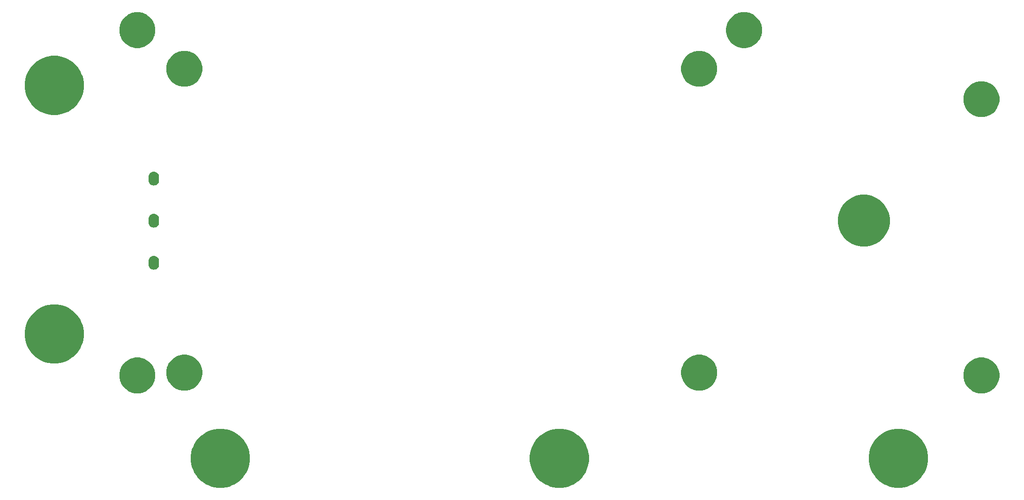
<source format=gbr>
G04 #@! TF.GenerationSoftware,KiCad,Pcbnew,(5.1.4)-1*
G04 #@! TF.CreationDate,2020-03-27T13:26:32-04:00*
G04 #@! TF.ProjectId,stepUP_lcd,73746570-5550-45f6-9c63-642e6b696361,rev?*
G04 #@! TF.SameCoordinates,Original*
G04 #@! TF.FileFunction,Soldermask,Top*
G04 #@! TF.FilePolarity,Negative*
%FSLAX46Y46*%
G04 Gerber Fmt 4.6, Leading zero omitted, Abs format (unit mm)*
G04 Created by KiCad (PCBNEW (5.1.4)-1) date 2020-03-27 13:26:32*
%MOMM*%
%LPD*%
G04 APERTURE LIST*
%ADD10C,0.100000*%
G04 APERTURE END LIST*
D10*
G36*
X207810771Y-112854828D02*
G01*
X208447816Y-113118701D01*
X208784558Y-113258184D01*
X209514212Y-113745724D01*
X209660936Y-113843762D01*
X210406238Y-114589064D01*
X210406239Y-114589066D01*
X210991816Y-115465442D01*
X211131299Y-115802184D01*
X211395172Y-116439229D01*
X211600800Y-117472992D01*
X211600800Y-118527008D01*
X211395172Y-119560771D01*
X211131299Y-120197816D01*
X210991816Y-120534558D01*
X210504276Y-121264212D01*
X210406238Y-121410936D01*
X209660936Y-122156238D01*
X209514212Y-122254276D01*
X208784558Y-122741816D01*
X208447816Y-122881299D01*
X207810771Y-123145172D01*
X206777008Y-123350800D01*
X205722992Y-123350800D01*
X204689229Y-123145172D01*
X204052184Y-122881299D01*
X203715442Y-122741816D01*
X202985788Y-122254276D01*
X202839064Y-122156238D01*
X202093762Y-121410936D01*
X201995724Y-121264212D01*
X201508184Y-120534558D01*
X201368701Y-120197816D01*
X201104828Y-119560771D01*
X200899200Y-118527008D01*
X200899200Y-117472992D01*
X201104828Y-116439229D01*
X201368701Y-115802184D01*
X201508184Y-115465442D01*
X202093761Y-114589066D01*
X202093762Y-114589064D01*
X202839064Y-113843762D01*
X202985788Y-113745724D01*
X203715442Y-113258184D01*
X204052184Y-113118701D01*
X204689229Y-112854828D01*
X205722992Y-112649200D01*
X206777008Y-112649200D01*
X207810771Y-112854828D01*
X207810771Y-112854828D01*
G37*
G36*
X85310771Y-112854828D02*
G01*
X85947816Y-113118701D01*
X86284558Y-113258184D01*
X87014212Y-113745724D01*
X87160936Y-113843762D01*
X87906238Y-114589064D01*
X87906239Y-114589066D01*
X88491816Y-115465442D01*
X88631299Y-115802184D01*
X88895172Y-116439229D01*
X89100800Y-117472992D01*
X89100800Y-118527008D01*
X88895172Y-119560771D01*
X88631299Y-120197816D01*
X88491816Y-120534558D01*
X88004276Y-121264212D01*
X87906238Y-121410936D01*
X87160936Y-122156238D01*
X87014212Y-122254276D01*
X86284558Y-122741816D01*
X85947816Y-122881299D01*
X85310771Y-123145172D01*
X84277008Y-123350800D01*
X83222992Y-123350800D01*
X82189229Y-123145172D01*
X81552184Y-122881299D01*
X81215442Y-122741816D01*
X80485788Y-122254276D01*
X80339064Y-122156238D01*
X79593762Y-121410936D01*
X79495724Y-121264212D01*
X79008184Y-120534558D01*
X78868701Y-120197816D01*
X78604828Y-119560771D01*
X78399200Y-118527008D01*
X78399200Y-117472992D01*
X78604828Y-116439229D01*
X78868701Y-115802184D01*
X79008184Y-115465442D01*
X79593761Y-114589066D01*
X79593762Y-114589064D01*
X80339064Y-113843762D01*
X80485788Y-113745724D01*
X81215442Y-113258184D01*
X81552184Y-113118701D01*
X82189229Y-112854828D01*
X83222992Y-112649200D01*
X84277008Y-112649200D01*
X85310771Y-112854828D01*
X85310771Y-112854828D01*
G37*
G36*
X146560771Y-112854828D02*
G01*
X147197816Y-113118701D01*
X147534558Y-113258184D01*
X148264212Y-113745724D01*
X148410936Y-113843762D01*
X149156238Y-114589064D01*
X149156239Y-114589066D01*
X149741816Y-115465442D01*
X149881299Y-115802184D01*
X150145172Y-116439229D01*
X150350800Y-117472992D01*
X150350800Y-118527008D01*
X150145172Y-119560771D01*
X149881299Y-120197816D01*
X149741816Y-120534558D01*
X149254276Y-121264212D01*
X149156238Y-121410936D01*
X148410936Y-122156238D01*
X148264212Y-122254276D01*
X147534558Y-122741816D01*
X147197816Y-122881299D01*
X146560771Y-123145172D01*
X145527008Y-123350800D01*
X144472992Y-123350800D01*
X143439229Y-123145172D01*
X142802184Y-122881299D01*
X142465442Y-122741816D01*
X141735788Y-122254276D01*
X141589064Y-122156238D01*
X140843762Y-121410936D01*
X140745724Y-121264212D01*
X140258184Y-120534558D01*
X140118701Y-120197816D01*
X139854828Y-119560771D01*
X139649200Y-118527008D01*
X139649200Y-117472992D01*
X139854828Y-116439229D01*
X140118701Y-115802184D01*
X140258184Y-115465442D01*
X140843761Y-114589066D01*
X140843762Y-114589064D01*
X141589064Y-113843762D01*
X141735788Y-113745724D01*
X142465442Y-113258184D01*
X142802184Y-113118701D01*
X143439229Y-112854828D01*
X144472992Y-112649200D01*
X145527008Y-112649200D01*
X146560771Y-112854828D01*
X146560771Y-112854828D01*
G37*
G36*
X69698223Y-99874127D02*
G01*
X70028198Y-100010807D01*
X70289835Y-100119180D01*
X70822262Y-100474937D01*
X71275063Y-100927738D01*
X71630820Y-101460165D01*
X71739193Y-101721802D01*
X71875873Y-102051777D01*
X72000800Y-102679824D01*
X72000800Y-103320176D01*
X71875873Y-103948223D01*
X71739193Y-104278198D01*
X71630820Y-104539835D01*
X71275063Y-105072262D01*
X70822262Y-105525063D01*
X70289835Y-105880820D01*
X70028198Y-105989193D01*
X69698223Y-106125873D01*
X69070176Y-106250800D01*
X68429824Y-106250800D01*
X67801777Y-106125873D01*
X67471802Y-105989193D01*
X67210165Y-105880820D01*
X66677738Y-105525063D01*
X66224937Y-105072262D01*
X65869180Y-104539835D01*
X65760807Y-104278198D01*
X65624127Y-103948223D01*
X65499200Y-103320176D01*
X65499200Y-102679824D01*
X65624127Y-102051777D01*
X65760807Y-101721802D01*
X65869180Y-101460165D01*
X66224937Y-100927738D01*
X66677738Y-100474937D01*
X67210165Y-100119180D01*
X67471802Y-100010807D01*
X67801777Y-99874127D01*
X68429824Y-99749200D01*
X69070176Y-99749200D01*
X69698223Y-99874127D01*
X69698223Y-99874127D01*
G37*
G36*
X222198223Y-99874127D02*
G01*
X222528198Y-100010807D01*
X222789835Y-100119180D01*
X223322262Y-100474937D01*
X223775063Y-100927738D01*
X224130820Y-101460165D01*
X224239193Y-101721802D01*
X224375873Y-102051777D01*
X224500800Y-102679824D01*
X224500800Y-103320176D01*
X224375873Y-103948223D01*
X224239193Y-104278198D01*
X224130820Y-104539835D01*
X223775063Y-105072262D01*
X223322262Y-105525063D01*
X222789835Y-105880820D01*
X222528198Y-105989193D01*
X222198223Y-106125873D01*
X221570176Y-106250800D01*
X220929824Y-106250800D01*
X220301777Y-106125873D01*
X219971802Y-105989193D01*
X219710165Y-105880820D01*
X219177738Y-105525063D01*
X218724937Y-105072262D01*
X218369180Y-104539835D01*
X218260807Y-104278198D01*
X218124127Y-103948223D01*
X217999200Y-103320176D01*
X217999200Y-102679824D01*
X218124127Y-102051777D01*
X218260807Y-101721802D01*
X218369180Y-101460165D01*
X218724937Y-100927738D01*
X219177738Y-100474937D01*
X219710165Y-100119180D01*
X219971802Y-100010807D01*
X220301777Y-99874127D01*
X220929824Y-99749200D01*
X221570176Y-99749200D01*
X222198223Y-99874127D01*
X222198223Y-99874127D01*
G37*
G36*
X171198223Y-99374127D02*
G01*
X171528198Y-99510807D01*
X171789835Y-99619180D01*
X172322262Y-99974937D01*
X172775063Y-100427738D01*
X173130820Y-100960165D01*
X173239193Y-101221802D01*
X173375873Y-101551777D01*
X173500800Y-102179824D01*
X173500800Y-102820176D01*
X173375873Y-103448223D01*
X173239193Y-103778198D01*
X173130820Y-104039835D01*
X172775063Y-104572262D01*
X172322262Y-105025063D01*
X171789835Y-105380820D01*
X171528198Y-105489193D01*
X171198223Y-105625873D01*
X170570176Y-105750800D01*
X169929824Y-105750800D01*
X169301777Y-105625873D01*
X168971802Y-105489193D01*
X168710165Y-105380820D01*
X168177738Y-105025063D01*
X167724937Y-104572262D01*
X167369180Y-104039835D01*
X167260807Y-103778198D01*
X167124127Y-103448223D01*
X166999200Y-102820176D01*
X166999200Y-102179824D01*
X167124127Y-101551777D01*
X167260807Y-101221802D01*
X167369180Y-100960165D01*
X167724937Y-100427738D01*
X168177738Y-99974937D01*
X168710165Y-99619180D01*
X168971802Y-99510807D01*
X169301777Y-99374127D01*
X169929824Y-99249200D01*
X170570176Y-99249200D01*
X171198223Y-99374127D01*
X171198223Y-99374127D01*
G37*
G36*
X78198223Y-99374127D02*
G01*
X78528198Y-99510807D01*
X78789835Y-99619180D01*
X79322262Y-99974937D01*
X79775063Y-100427738D01*
X80130820Y-100960165D01*
X80239193Y-101221802D01*
X80375873Y-101551777D01*
X80500800Y-102179824D01*
X80500800Y-102820176D01*
X80375873Y-103448223D01*
X80239193Y-103778198D01*
X80130820Y-104039835D01*
X79775063Y-104572262D01*
X79322262Y-105025063D01*
X78789835Y-105380820D01*
X78528198Y-105489193D01*
X78198223Y-105625873D01*
X77570176Y-105750800D01*
X76929824Y-105750800D01*
X76301777Y-105625873D01*
X75971802Y-105489193D01*
X75710165Y-105380820D01*
X75177738Y-105025063D01*
X74724937Y-104572262D01*
X74369180Y-104039835D01*
X74260807Y-103778198D01*
X74124127Y-103448223D01*
X73999200Y-102820176D01*
X73999200Y-102179824D01*
X74124127Y-101551777D01*
X74260807Y-101221802D01*
X74369180Y-100960165D01*
X74724937Y-100427738D01*
X75177738Y-99974937D01*
X75710165Y-99619180D01*
X75971802Y-99510807D01*
X76301777Y-99374127D01*
X76929824Y-99249200D01*
X77570176Y-99249200D01*
X78198223Y-99374127D01*
X78198223Y-99374127D01*
G37*
G36*
X55310771Y-90354828D02*
G01*
X55947816Y-90618701D01*
X56284558Y-90758184D01*
X57014212Y-91245724D01*
X57160936Y-91343762D01*
X57906238Y-92089064D01*
X57906239Y-92089066D01*
X58491816Y-92965442D01*
X58631299Y-93302184D01*
X58895172Y-93939229D01*
X59100800Y-94972992D01*
X59100800Y-96027008D01*
X58895172Y-97060771D01*
X58631299Y-97697816D01*
X58491816Y-98034558D01*
X58004276Y-98764212D01*
X57906238Y-98910936D01*
X57160936Y-99656238D01*
X57021808Y-99749200D01*
X56284558Y-100241816D01*
X55947816Y-100381299D01*
X55310771Y-100645172D01*
X54277008Y-100850800D01*
X53222992Y-100850800D01*
X52189229Y-100645172D01*
X51552184Y-100381299D01*
X51215442Y-100241816D01*
X50478192Y-99749200D01*
X50339064Y-99656238D01*
X49593762Y-98910936D01*
X49495724Y-98764212D01*
X49008184Y-98034558D01*
X48868701Y-97697816D01*
X48604828Y-97060771D01*
X48399200Y-96027008D01*
X48399200Y-94972992D01*
X48604828Y-93939229D01*
X48868701Y-93302184D01*
X49008184Y-92965442D01*
X49593761Y-92089066D01*
X49593762Y-92089064D01*
X50339064Y-91343762D01*
X50485788Y-91245724D01*
X51215442Y-90758184D01*
X51552184Y-90618701D01*
X52189229Y-90354828D01*
X53222992Y-90149200D01*
X54277008Y-90149200D01*
X55310771Y-90354828D01*
X55310771Y-90354828D01*
G37*
G36*
X71916391Y-81382958D02*
G01*
X72095614Y-81437324D01*
X72260791Y-81525613D01*
X72405570Y-81644430D01*
X72524387Y-81789209D01*
X72612676Y-81954385D01*
X72667042Y-82133608D01*
X72680800Y-82273297D01*
X72680800Y-82966702D01*
X72667042Y-83106391D01*
X72612676Y-83285615D01*
X72524387Y-83450791D01*
X72405570Y-83595570D01*
X72260791Y-83714387D01*
X72095615Y-83802676D01*
X71916392Y-83857042D01*
X71730000Y-83875400D01*
X71543609Y-83857042D01*
X71364386Y-83802676D01*
X71199210Y-83714387D01*
X71054431Y-83595570D01*
X70935614Y-83450791D01*
X70847325Y-83285614D01*
X70792958Y-83106392D01*
X70779200Y-82966703D01*
X70779200Y-82273298D01*
X70792958Y-82133609D01*
X70847324Y-81954386D01*
X70935613Y-81789209D01*
X71054430Y-81644430D01*
X71199209Y-81525613D01*
X71364385Y-81437324D01*
X71543608Y-81382958D01*
X71730000Y-81364600D01*
X71916391Y-81382958D01*
X71916391Y-81382958D01*
G37*
G36*
X201371173Y-70479849D02*
G01*
X202226664Y-70834205D01*
X202226665Y-70834206D01*
X202226668Y-70834207D01*
X202739945Y-71177168D01*
X202996585Y-71348650D01*
X203651350Y-72003415D01*
X203651351Y-72003417D01*
X204165793Y-72773332D01*
X204165794Y-72773335D01*
X204165795Y-72773336D01*
X204520151Y-73628827D01*
X204700800Y-74537012D01*
X204700800Y-75462988D01*
X204520151Y-76371173D01*
X204165795Y-77226664D01*
X204165793Y-77226668D01*
X203822832Y-77739945D01*
X203651350Y-77996585D01*
X202996585Y-78651350D01*
X202739945Y-78822832D01*
X202226668Y-79165793D01*
X202226665Y-79165794D01*
X202226664Y-79165795D01*
X201371173Y-79520151D01*
X200462988Y-79700800D01*
X199537012Y-79700800D01*
X198628827Y-79520151D01*
X197773336Y-79165795D01*
X197773335Y-79165794D01*
X197773332Y-79165793D01*
X197260055Y-78822832D01*
X197003415Y-78651350D01*
X196348650Y-77996585D01*
X196177168Y-77739945D01*
X195834207Y-77226668D01*
X195834205Y-77226664D01*
X195479849Y-76371173D01*
X195299200Y-75462988D01*
X195299200Y-74537012D01*
X195479849Y-73628827D01*
X195834205Y-72773336D01*
X195834206Y-72773335D01*
X195834207Y-72773332D01*
X196348649Y-72003417D01*
X196348650Y-72003415D01*
X197003415Y-71348650D01*
X197260055Y-71177168D01*
X197773332Y-70834207D01*
X197773335Y-70834206D01*
X197773336Y-70834205D01*
X198628827Y-70479849D01*
X199537012Y-70299200D01*
X200462988Y-70299200D01*
X201371173Y-70479849D01*
X201371173Y-70479849D01*
G37*
G36*
X71916391Y-73762958D02*
G01*
X72095614Y-73817324D01*
X72260791Y-73905613D01*
X72405570Y-74024430D01*
X72524387Y-74169209D01*
X72612676Y-74334385D01*
X72667042Y-74513608D01*
X72680800Y-74653297D01*
X72680800Y-75346702D01*
X72667042Y-75486391D01*
X72612676Y-75665615D01*
X72524387Y-75830791D01*
X72405570Y-75975570D01*
X72260791Y-76094387D01*
X72095615Y-76182676D01*
X71916392Y-76237042D01*
X71730000Y-76255400D01*
X71543609Y-76237042D01*
X71364386Y-76182676D01*
X71199210Y-76094387D01*
X71054431Y-75975570D01*
X70935614Y-75830791D01*
X70847325Y-75665614D01*
X70792958Y-75486392D01*
X70779200Y-75346703D01*
X70779200Y-74653298D01*
X70792958Y-74513609D01*
X70847324Y-74334386D01*
X70935613Y-74169209D01*
X71054430Y-74024430D01*
X71199209Y-73905613D01*
X71364385Y-73817324D01*
X71543608Y-73762958D01*
X71730000Y-73744600D01*
X71916391Y-73762958D01*
X71916391Y-73762958D01*
G37*
G36*
X71916391Y-66142958D02*
G01*
X72095614Y-66197324D01*
X72260791Y-66285613D01*
X72405570Y-66404430D01*
X72524387Y-66549209D01*
X72612676Y-66714385D01*
X72667042Y-66893608D01*
X72680800Y-67033297D01*
X72680800Y-67726702D01*
X72667042Y-67866391D01*
X72612676Y-68045615D01*
X72524387Y-68210791D01*
X72405570Y-68355570D01*
X72260791Y-68474387D01*
X72095615Y-68562676D01*
X71916392Y-68617042D01*
X71730000Y-68635400D01*
X71543609Y-68617042D01*
X71364386Y-68562676D01*
X71199210Y-68474387D01*
X71054431Y-68355570D01*
X70935614Y-68210791D01*
X70847325Y-68045614D01*
X70792958Y-67866392D01*
X70779200Y-67726703D01*
X70779200Y-67033298D01*
X70792958Y-66893609D01*
X70847324Y-66714386D01*
X70935613Y-66549209D01*
X71054430Y-66404430D01*
X71199209Y-66285613D01*
X71364385Y-66197324D01*
X71543608Y-66142958D01*
X71730000Y-66124600D01*
X71916391Y-66142958D01*
X71916391Y-66142958D01*
G37*
G36*
X222198223Y-49874127D02*
G01*
X222528198Y-50010807D01*
X222789835Y-50119180D01*
X223322262Y-50474937D01*
X223775063Y-50927738D01*
X224130820Y-51460165D01*
X224239193Y-51721802D01*
X224375873Y-52051777D01*
X224500800Y-52679824D01*
X224500800Y-53320176D01*
X224375873Y-53948223D01*
X224239193Y-54278198D01*
X224130820Y-54539835D01*
X223775063Y-55072262D01*
X223322262Y-55525063D01*
X222789835Y-55880820D01*
X222528198Y-55989193D01*
X222198223Y-56125873D01*
X221570176Y-56250800D01*
X220929824Y-56250800D01*
X220301777Y-56125873D01*
X219971802Y-55989193D01*
X219710165Y-55880820D01*
X219177738Y-55525063D01*
X218724937Y-55072262D01*
X218369180Y-54539835D01*
X218260807Y-54278198D01*
X218124127Y-53948223D01*
X217999200Y-53320176D01*
X217999200Y-52679824D01*
X218124127Y-52051777D01*
X218260807Y-51721802D01*
X218369180Y-51460165D01*
X218724937Y-50927738D01*
X219177738Y-50474937D01*
X219710165Y-50119180D01*
X219971802Y-50010807D01*
X220301777Y-49874127D01*
X220929824Y-49749200D01*
X221570176Y-49749200D01*
X222198223Y-49874127D01*
X222198223Y-49874127D01*
G37*
G36*
X55310771Y-45354828D02*
G01*
X55947816Y-45618701D01*
X56284558Y-45758184D01*
X57014212Y-46245724D01*
X57160936Y-46343762D01*
X57906238Y-47089064D01*
X57906239Y-47089066D01*
X58491816Y-47965442D01*
X58631299Y-48302184D01*
X58895172Y-48939229D01*
X59100800Y-49972992D01*
X59100800Y-51027008D01*
X58895172Y-52060771D01*
X58638751Y-52679824D01*
X58491816Y-53034558D01*
X58004276Y-53764212D01*
X57906238Y-53910936D01*
X57160936Y-54656238D01*
X57014212Y-54754276D01*
X56284558Y-55241816D01*
X55947816Y-55381299D01*
X55310771Y-55645172D01*
X54277008Y-55850800D01*
X53222992Y-55850800D01*
X52189229Y-55645172D01*
X51552184Y-55381299D01*
X51215442Y-55241816D01*
X50485788Y-54754276D01*
X50339064Y-54656238D01*
X49593762Y-53910936D01*
X49495724Y-53764212D01*
X49008184Y-53034558D01*
X48861249Y-52679824D01*
X48604828Y-52060771D01*
X48399200Y-51027008D01*
X48399200Y-49972992D01*
X48604828Y-48939229D01*
X48868701Y-48302184D01*
X49008184Y-47965442D01*
X49593761Y-47089066D01*
X49593762Y-47089064D01*
X50339064Y-46343762D01*
X50485788Y-46245724D01*
X51215442Y-45758184D01*
X51552184Y-45618701D01*
X52189229Y-45354828D01*
X53222992Y-45149200D01*
X54277008Y-45149200D01*
X55310771Y-45354828D01*
X55310771Y-45354828D01*
G37*
G36*
X171198223Y-44374127D02*
G01*
X171528198Y-44510807D01*
X171789835Y-44619180D01*
X172322262Y-44974937D01*
X172775063Y-45427738D01*
X173130820Y-45960165D01*
X173239193Y-46221802D01*
X173375873Y-46551777D01*
X173500800Y-47179824D01*
X173500800Y-47820176D01*
X173375873Y-48448223D01*
X173239193Y-48778198D01*
X173130820Y-49039835D01*
X172775063Y-49572262D01*
X172322262Y-50025063D01*
X171789835Y-50380820D01*
X171562615Y-50474937D01*
X171198223Y-50625873D01*
X170570176Y-50750800D01*
X169929824Y-50750800D01*
X169301777Y-50625873D01*
X168937385Y-50474937D01*
X168710165Y-50380820D01*
X168177738Y-50025063D01*
X167724937Y-49572262D01*
X167369180Y-49039835D01*
X167260807Y-48778198D01*
X167124127Y-48448223D01*
X166999200Y-47820176D01*
X166999200Y-47179824D01*
X167124127Y-46551777D01*
X167260807Y-46221802D01*
X167369180Y-45960165D01*
X167724937Y-45427738D01*
X168177738Y-44974937D01*
X168710165Y-44619180D01*
X168971802Y-44510807D01*
X169301777Y-44374127D01*
X169929824Y-44249200D01*
X170570176Y-44249200D01*
X171198223Y-44374127D01*
X171198223Y-44374127D01*
G37*
G36*
X78198223Y-44374127D02*
G01*
X78528198Y-44510807D01*
X78789835Y-44619180D01*
X79322262Y-44974937D01*
X79775063Y-45427738D01*
X80130820Y-45960165D01*
X80239193Y-46221802D01*
X80375873Y-46551777D01*
X80500800Y-47179824D01*
X80500800Y-47820176D01*
X80375873Y-48448223D01*
X80239193Y-48778198D01*
X80130820Y-49039835D01*
X79775063Y-49572262D01*
X79322262Y-50025063D01*
X78789835Y-50380820D01*
X78562615Y-50474937D01*
X78198223Y-50625873D01*
X77570176Y-50750800D01*
X76929824Y-50750800D01*
X76301777Y-50625873D01*
X75937385Y-50474937D01*
X75710165Y-50380820D01*
X75177738Y-50025063D01*
X74724937Y-49572262D01*
X74369180Y-49039835D01*
X74260807Y-48778198D01*
X74124127Y-48448223D01*
X73999200Y-47820176D01*
X73999200Y-47179824D01*
X74124127Y-46551777D01*
X74260807Y-46221802D01*
X74369180Y-45960165D01*
X74724937Y-45427738D01*
X75177738Y-44974937D01*
X75710165Y-44619180D01*
X75971802Y-44510807D01*
X76301777Y-44374127D01*
X76929824Y-44249200D01*
X77570176Y-44249200D01*
X78198223Y-44374127D01*
X78198223Y-44374127D01*
G37*
G36*
X69698223Y-37374127D02*
G01*
X70028198Y-37510807D01*
X70289835Y-37619180D01*
X70822262Y-37974937D01*
X71275063Y-38427738D01*
X71630820Y-38960165D01*
X71739193Y-39221802D01*
X71875873Y-39551777D01*
X72000800Y-40179824D01*
X72000800Y-40820176D01*
X71875873Y-41448223D01*
X71739193Y-41778198D01*
X71630820Y-42039835D01*
X71275063Y-42572262D01*
X70822262Y-43025063D01*
X70289835Y-43380820D01*
X70028198Y-43489193D01*
X69698223Y-43625873D01*
X69070176Y-43750800D01*
X68429824Y-43750800D01*
X67801777Y-43625873D01*
X67471802Y-43489193D01*
X67210165Y-43380820D01*
X66677738Y-43025063D01*
X66224937Y-42572262D01*
X65869180Y-42039835D01*
X65760807Y-41778198D01*
X65624127Y-41448223D01*
X65499200Y-40820176D01*
X65499200Y-40179824D01*
X65624127Y-39551777D01*
X65760807Y-39221802D01*
X65869180Y-38960165D01*
X66224937Y-38427738D01*
X66677738Y-37974937D01*
X67210165Y-37619180D01*
X67471802Y-37510807D01*
X67801777Y-37374127D01*
X68429824Y-37249200D01*
X69070176Y-37249200D01*
X69698223Y-37374127D01*
X69698223Y-37374127D01*
G37*
G36*
X179311471Y-37374127D02*
G01*
X179641446Y-37510807D01*
X179903083Y-37619180D01*
X180435510Y-37974937D01*
X180888311Y-38427738D01*
X181244068Y-38960165D01*
X181352441Y-39221802D01*
X181489121Y-39551777D01*
X181614048Y-40179824D01*
X181614048Y-40820176D01*
X181489121Y-41448223D01*
X181352441Y-41778198D01*
X181244068Y-42039835D01*
X180888311Y-42572262D01*
X180435510Y-43025063D01*
X179903083Y-43380820D01*
X179641446Y-43489193D01*
X179311471Y-43625873D01*
X178683424Y-43750800D01*
X178043072Y-43750800D01*
X177415025Y-43625873D01*
X177085050Y-43489193D01*
X176823413Y-43380820D01*
X176290986Y-43025063D01*
X175838185Y-42572262D01*
X175482428Y-42039835D01*
X175374055Y-41778198D01*
X175237375Y-41448223D01*
X175112448Y-40820176D01*
X175112448Y-40179824D01*
X175237375Y-39551777D01*
X175374055Y-39221802D01*
X175482428Y-38960165D01*
X175838185Y-38427738D01*
X176290986Y-37974937D01*
X176823413Y-37619180D01*
X177085050Y-37510807D01*
X177415025Y-37374127D01*
X178043072Y-37249200D01*
X178683424Y-37249200D01*
X179311471Y-37374127D01*
X179311471Y-37374127D01*
G37*
M02*

</source>
